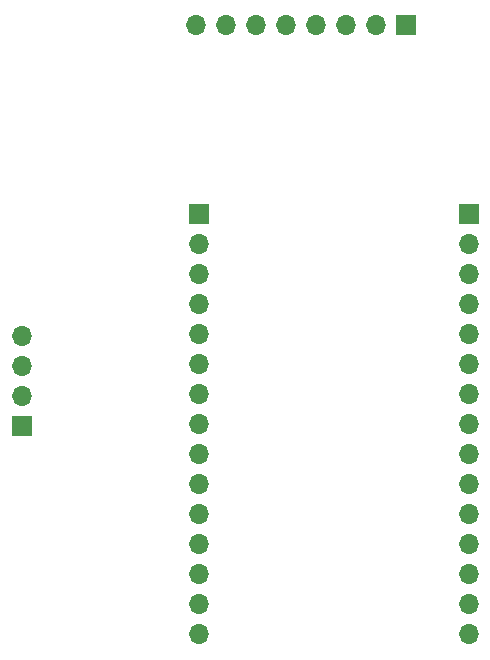
<source format=gbr>
%TF.GenerationSoftware,KiCad,Pcbnew,(5.1.8)-1*%
%TF.CreationDate,2020-12-14T07:50:50+01:00*%
%TF.ProjectId,K2,4b322e6b-6963-4616-945f-706362585858,rev?*%
%TF.SameCoordinates,Original*%
%TF.FileFunction,Soldermask,Top*%
%TF.FilePolarity,Negative*%
%FSLAX46Y46*%
G04 Gerber Fmt 4.6, Leading zero omitted, Abs format (unit mm)*
G04 Created by KiCad (PCBNEW (5.1.8)-1) date 2020-12-14 07:50:50*
%MOMM*%
%LPD*%
G01*
G04 APERTURE LIST*
%ADD10R,1.700000X1.700000*%
%ADD11O,1.700000X1.700000*%
G04 APERTURE END LIST*
D10*
%TO.C,J1*%
X99314000Y-49657000D03*
D11*
X99314000Y-47117000D03*
X99314000Y-44577000D03*
X99314000Y-42037000D03*
%TD*%
D10*
%TO.C,J2*%
X114300000Y-31750000D03*
D11*
X114300000Y-34290000D03*
X114300000Y-36830000D03*
X114300000Y-39370000D03*
X114300000Y-41910000D03*
X114300000Y-44450000D03*
X114300000Y-46990000D03*
X114300000Y-49530000D03*
X114300000Y-52070000D03*
X114300000Y-54610000D03*
X114300000Y-57150000D03*
X114300000Y-59690000D03*
X114300000Y-62230000D03*
X114300000Y-64770000D03*
X114300000Y-67310000D03*
%TD*%
%TO.C,J3*%
X137160000Y-67310000D03*
X137160000Y-64770000D03*
X137160000Y-62230000D03*
X137160000Y-59690000D03*
X137160000Y-57150000D03*
X137160000Y-54610000D03*
X137160000Y-52070000D03*
X137160000Y-49530000D03*
X137160000Y-46990000D03*
X137160000Y-44450000D03*
X137160000Y-41910000D03*
X137160000Y-39370000D03*
X137160000Y-36830000D03*
X137160000Y-34290000D03*
D10*
X137160000Y-31750000D03*
%TD*%
%TO.C,J4*%
X131826000Y-15748000D03*
D11*
X129286000Y-15748000D03*
X126746000Y-15748000D03*
X124206000Y-15748000D03*
X121666000Y-15748000D03*
X119126000Y-15748000D03*
X116586000Y-15748000D03*
X114046000Y-15748000D03*
%TD*%
M02*

</source>
